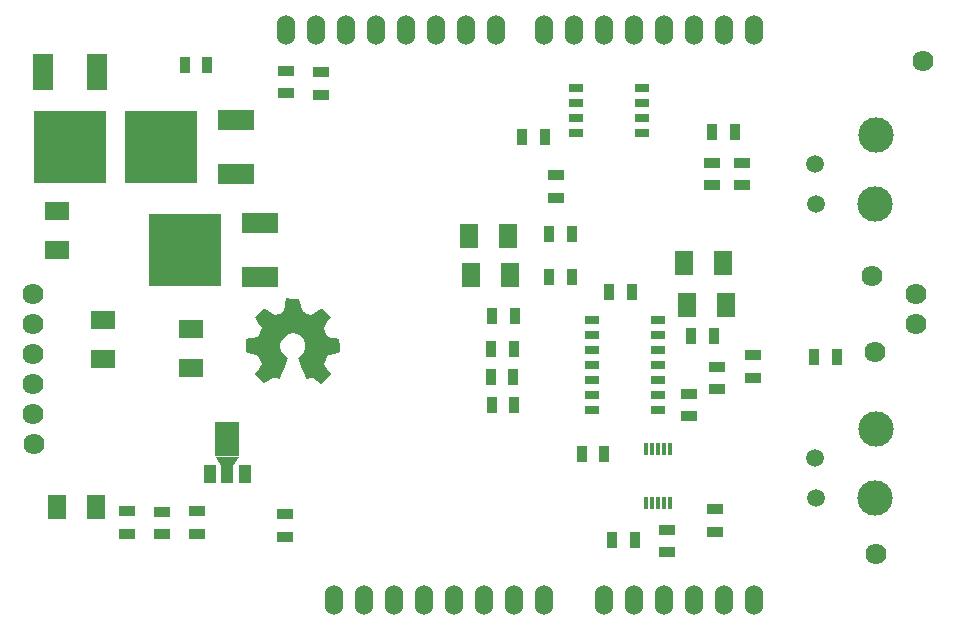
<source format=gts>
G04 (created by PCBNEW (2013-07-07 BZR 4022)-stable) date 12/24/2014 2:10:28 AM*
%MOIN*%
G04 Gerber Fmt 3.4, Leading zero omitted, Abs format*
%FSLAX34Y34*%
G01*
G70*
G90*
G04 APERTURE LIST*
%ADD10C,0.00590551*%
%ADD11C,0.0001*%
%ADD12R,0.05X0.025*%
%ADD13R,0.055X0.035*%
%ADD14R,0.035X0.055*%
%ADD15R,0.0118X0.0402*%
%ADD16C,0.0700787*%
%ADD17R,0.12X0.065*%
%ADD18R,0.24X0.24*%
%ADD19R,0.065X0.12*%
%ADD20O,0.06X0.1*%
%ADD21C,0.0590551*%
%ADD22C,0.11811*%
%ADD23R,0.0394X0.0591*%
%ADD24R,0.0787X0.1181*%
%ADD25R,0.06X0.08*%
%ADD26R,0.08X0.06*%
G04 APERTURE END LIST*
G54D10*
G54D11*
G36*
X73216Y-36747D02*
X73009Y-36792D01*
X72895Y-36819D01*
X72827Y-36847D01*
X72785Y-36892D01*
X72748Y-36967D01*
X72738Y-36991D01*
X72675Y-37146D01*
X72793Y-37310D01*
X72911Y-37475D01*
X72750Y-37634D01*
X72588Y-37793D01*
X72446Y-37690D01*
X72320Y-37613D01*
X72225Y-37588D01*
X72167Y-37615D01*
X72164Y-37620D01*
X72139Y-37646D01*
X72112Y-37640D01*
X72078Y-37594D01*
X72033Y-37501D01*
X71970Y-37356D01*
X71947Y-37300D01*
X71803Y-36947D01*
X71907Y-36865D01*
X72007Y-36748D01*
X72056Y-36605D01*
X72053Y-36454D01*
X72000Y-36311D01*
X71910Y-36205D01*
X71785Y-36139D01*
X71638Y-36116D01*
X71495Y-36140D01*
X71401Y-36189D01*
X71284Y-36318D01*
X71226Y-36464D01*
X71227Y-36616D01*
X71287Y-36762D01*
X71398Y-36881D01*
X71484Y-36949D01*
X71344Y-37293D01*
X71287Y-37431D01*
X71240Y-37545D01*
X71208Y-37621D01*
X71196Y-37646D01*
X71164Y-37641D01*
X71103Y-37616D01*
X71029Y-37595D01*
X70961Y-37615D01*
X70923Y-37637D01*
X70811Y-37710D01*
X70738Y-37750D01*
X70687Y-37756D01*
X70639Y-37728D01*
X70576Y-37666D01*
X70540Y-37628D01*
X70386Y-37470D01*
X70498Y-37307D01*
X70609Y-37144D01*
X70549Y-36990D01*
X70512Y-36906D01*
X70474Y-36855D01*
X70414Y-36824D01*
X70313Y-36798D01*
X70283Y-36792D01*
X70077Y-36747D01*
X70087Y-36526D01*
X70097Y-36306D01*
X70230Y-36280D01*
X70335Y-36259D01*
X70422Y-36240D01*
X70434Y-36237D01*
X70499Y-36189D01*
X70558Y-36078D01*
X70562Y-36070D01*
X70619Y-35920D01*
X70495Y-35751D01*
X70371Y-35582D01*
X70516Y-35434D01*
X70596Y-35357D01*
X70659Y-35303D01*
X70688Y-35286D01*
X70729Y-35304D01*
X70806Y-35349D01*
X70885Y-35400D01*
X71054Y-35514D01*
X71192Y-35456D01*
X71266Y-35421D01*
X71312Y-35383D01*
X71341Y-35322D01*
X71367Y-35220D01*
X71377Y-35174D01*
X71424Y-34950D01*
X71642Y-34960D01*
X71860Y-34970D01*
X71912Y-35184D01*
X71943Y-35300D01*
X71973Y-35371D01*
X72017Y-35414D01*
X72087Y-35450D01*
X72101Y-35456D01*
X72239Y-35514D01*
X72399Y-35400D01*
X72491Y-35339D01*
X72564Y-35297D01*
X72596Y-35286D01*
X72637Y-35309D01*
X72707Y-35366D01*
X72773Y-35429D01*
X72913Y-35572D01*
X72793Y-35749D01*
X72674Y-35927D01*
X72730Y-36073D01*
X72761Y-36148D01*
X72794Y-36196D01*
X72846Y-36228D01*
X72932Y-36253D01*
X73064Y-36280D01*
X73197Y-36306D01*
X73207Y-36526D01*
X73216Y-36747D01*
X73216Y-36747D01*
X73216Y-36747D01*
G37*
G54D12*
X83290Y-29420D03*
X83290Y-28920D03*
X83290Y-28420D03*
X83290Y-27920D03*
X81090Y-27920D03*
X81090Y-28420D03*
X81090Y-28920D03*
X81090Y-29420D03*
G54D13*
X85785Y-37230D03*
X85785Y-37980D03*
G54D14*
X82940Y-34748D03*
X82190Y-34748D03*
X84919Y-36212D03*
X85669Y-36212D03*
X80945Y-34240D03*
X80195Y-34240D03*
G54D13*
X86985Y-36840D03*
X86985Y-37590D03*
X84851Y-38880D03*
X84851Y-38130D03*
G54D14*
X82025Y-40140D03*
X81275Y-40140D03*
X86375Y-29400D03*
X85625Y-29400D03*
G54D13*
X68460Y-42045D03*
X68460Y-42795D03*
X67280Y-42065D03*
X67280Y-42815D03*
X71380Y-42145D03*
X71380Y-42895D03*
X66100Y-42795D03*
X66100Y-42045D03*
X86600Y-30425D03*
X86600Y-31175D03*
X85600Y-31175D03*
X85600Y-30425D03*
G54D14*
X79035Y-35530D03*
X78285Y-35530D03*
X68791Y-27170D03*
X68041Y-27170D03*
G54D13*
X71402Y-27351D03*
X71402Y-28101D03*
X84126Y-43404D03*
X84126Y-42654D03*
X85722Y-42725D03*
X85722Y-41975D03*
G54D14*
X83038Y-43008D03*
X82288Y-43008D03*
X78985Y-37580D03*
X78235Y-37580D03*
X78265Y-38490D03*
X79015Y-38490D03*
X79005Y-36629D03*
X78255Y-36629D03*
X80945Y-32790D03*
X80195Y-32790D03*
G54D13*
X72570Y-27407D03*
X72570Y-28157D03*
G54D14*
X89025Y-36910D03*
X89775Y-36910D03*
G54D13*
X80415Y-31590D03*
X80415Y-30840D03*
G54D15*
X84216Y-39965D03*
X84019Y-39965D03*
X83822Y-39965D03*
X83625Y-39965D03*
X83428Y-39965D03*
X83428Y-41777D03*
X83625Y-41777D03*
X83822Y-41777D03*
X84019Y-41777D03*
X84216Y-41777D03*
G54D12*
X83809Y-38668D03*
X83809Y-38168D03*
X83809Y-37668D03*
X83809Y-37168D03*
X83809Y-36668D03*
X83809Y-36168D03*
X83809Y-35668D03*
X81609Y-35668D03*
X81609Y-36168D03*
X81609Y-36668D03*
X81609Y-37168D03*
X81609Y-37668D03*
X81609Y-38168D03*
X81609Y-38668D03*
G54D16*
X63000Y-39800D03*
X62990Y-38806D03*
X62990Y-37802D03*
X62990Y-36798D03*
X62990Y-35794D03*
X62990Y-34790D03*
X92400Y-35800D03*
X92400Y-34796D03*
G54D17*
X70550Y-34228D03*
G54D18*
X68050Y-33328D03*
G54D17*
X70550Y-32428D03*
X69752Y-30814D03*
G54D18*
X67252Y-29914D03*
G54D17*
X69752Y-29014D03*
G54D19*
X65100Y-27400D03*
G54D18*
X64200Y-29900D03*
G54D19*
X63300Y-27400D03*
G54D20*
X78400Y-26000D03*
X77400Y-26000D03*
X76400Y-26000D03*
X75400Y-26000D03*
X74400Y-26000D03*
X73400Y-26000D03*
X72400Y-26000D03*
X71400Y-26000D03*
X76000Y-45000D03*
X75000Y-45000D03*
X74000Y-45000D03*
X73000Y-45000D03*
X77000Y-45000D03*
X78000Y-45000D03*
X79000Y-45000D03*
X80000Y-45000D03*
X82000Y-45000D03*
X83000Y-45000D03*
X84000Y-45000D03*
X85000Y-45000D03*
X86000Y-45000D03*
X87000Y-45000D03*
X87000Y-26000D03*
X86000Y-26000D03*
X85000Y-26000D03*
X84000Y-26000D03*
X83000Y-26000D03*
X82000Y-26000D03*
X81000Y-26000D03*
X80000Y-26000D03*
G54D21*
X89054Y-30477D03*
X89073Y-31815D03*
G54D22*
X91078Y-29509D03*
X91056Y-31797D03*
G54D21*
X89054Y-40277D03*
X89073Y-41615D03*
G54D22*
X91078Y-39309D03*
X91056Y-41597D03*
G54D14*
X80037Y-29568D03*
X79287Y-29568D03*
G54D23*
X68869Y-40809D03*
X69460Y-40809D03*
X70051Y-40809D03*
G54D24*
X69460Y-39647D03*
G54D10*
G36*
X69854Y-40227D02*
X69657Y-40522D01*
X69263Y-40522D01*
X69066Y-40227D01*
X69854Y-40227D01*
X69854Y-40227D01*
G37*
G54D25*
X77580Y-34170D03*
X78880Y-34170D03*
X78810Y-32860D03*
X77510Y-32860D03*
X84688Y-33770D03*
X85988Y-33770D03*
X86076Y-35156D03*
X84776Y-35156D03*
X63790Y-41900D03*
X65090Y-41900D03*
G54D26*
X68260Y-35970D03*
X68260Y-37270D03*
X65320Y-35670D03*
X65320Y-36970D03*
X63780Y-32030D03*
X63780Y-33330D03*
G54D16*
X92640Y-27020D03*
X90940Y-34200D03*
X91040Y-36740D03*
X91080Y-43470D03*
M02*

</source>
